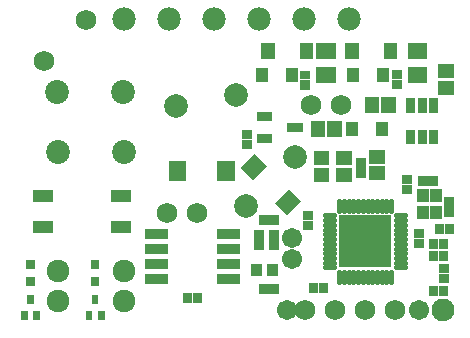
<source format=gts>
G04 Layer: TopSolderMaskLayer*
G04 EasyEDA v6.3.22, 2020-02-03T21:01:26+03:00*
G04 c6d23c78c2874b16bdfd2071edabb350,ca54920fb7ea4c169f3d1b618bee327e,10*
G04 Gerber Generator version 0.2*
G04 Scale: 100 percent, Rotated: No, Reflected: No *
G04 Dimensions in inches *
G04 leading zeros omitted , absolute positions ,2 integer and 4 decimal *
%FSLAX24Y24*%
%MOIN*%
G90*
G70D02*

%ADD54C,0.016661*%
%ADD56R,0.033590X0.031620*%
%ADD58C,0.068000*%
%ADD64C,0.075992*%
%ADD65C,0.067055*%
%ADD75C,0.078866*%
%ADD76C,0.078000*%
%ADD77C,0.075716*%
%ADD78C,0.079653*%

%LPD*%
G54D54*
G01X10984Y2022D02*
G01X10984Y1715D01*
G01X11141Y2022D02*
G01X11141Y1715D01*
G01X11298Y2022D02*
G01X11298Y1715D01*
G01X11456Y2022D02*
G01X11456Y1715D01*
G01X11613Y2022D02*
G01X11613Y1715D01*
G01X11771Y2022D02*
G01X11771Y1715D01*
G01X11928Y2022D02*
G01X11928Y1715D01*
G01X12086Y2022D02*
G01X12086Y1715D01*
G01X12243Y2022D02*
G01X12243Y1715D01*
G01X12401Y2022D02*
G01X12401Y1715D01*
G01X12558Y2022D02*
G01X12558Y1715D01*
G01X12716Y2022D02*
G01X12716Y1715D01*
G01X12716Y4077D02*
G01X12716Y4384D01*
G01X12558Y4077D02*
G01X12558Y4384D01*
G01X12401Y4077D02*
G01X12401Y4384D01*
G01X12243Y4077D02*
G01X12243Y4384D01*
G01X12086Y4077D02*
G01X12086Y4384D01*
G01X11928Y4077D02*
G01X11928Y4384D01*
G01X11771Y4077D02*
G01X11771Y4384D01*
G01X11613Y4077D02*
G01X11613Y4384D01*
G01X11456Y4077D02*
G01X11456Y4384D01*
G01X11298Y4077D02*
G01X11298Y4384D01*
G01X11141Y4077D02*
G01X11141Y4384D01*
G01X10984Y4077D02*
G01X10984Y4384D01*
G01X12877Y3916D02*
G01X13184Y3916D01*
G01X12877Y3758D02*
G01X13184Y3758D01*
G01X12877Y3601D02*
G01X13184Y3601D01*
G01X12877Y3443D02*
G01X13184Y3443D01*
G01X12877Y3286D02*
G01X13184Y3286D01*
G01X12877Y3128D02*
G01X13184Y3128D01*
G01X12877Y2971D02*
G01X13184Y2971D01*
G01X12877Y2813D02*
G01X13184Y2813D01*
G01X12877Y2656D02*
G01X13184Y2656D01*
G01X12877Y2498D02*
G01X13184Y2498D01*
G01X12877Y2341D02*
G01X13184Y2341D01*
G01X12877Y2183D02*
G01X13184Y2183D01*
G01X10822Y2183D02*
G01X10515Y2183D01*
G01X10822Y2341D02*
G01X10515Y2341D01*
G01X10822Y2498D02*
G01X10515Y2498D01*
G01X10822Y2656D02*
G01X10515Y2656D01*
G01X10822Y2813D02*
G01X10515Y2813D01*
G01X10822Y2971D02*
G01X10515Y2971D01*
G01X10822Y3128D02*
G01X10515Y3128D01*
G01X10822Y3286D02*
G01X10515Y3286D01*
G01X10822Y3443D02*
G01X10515Y3443D01*
G01X10822Y3601D02*
G01X10515Y3601D01*
G01X10822Y3758D02*
G01X10515Y3758D01*
G01X10822Y3916D02*
G01X10515Y3916D01*
G36*
G01X13586Y4353D02*
G01X13586Y4788D01*
G01X13981Y4788D01*
G01X13981Y4353D01*
G01X13586Y4353D01*
G37*
G36*
G01X13586Y3807D02*
G01X13586Y4242D01*
G01X13981Y4242D01*
G01X13981Y3807D01*
G01X13586Y3807D01*
G37*
G36*
G01X14017Y3807D02*
G01X14017Y4242D01*
G01X14411Y4242D01*
G01X14411Y3807D01*
G01X14017Y3807D01*
G37*
G36*
G01X14018Y4357D02*
G01X14018Y4792D01*
G01X14413Y4792D01*
G01X14413Y4357D01*
G01X14018Y4357D01*
G37*
G36*
G01X14481Y3875D02*
G01X14481Y4190D01*
G01X14818Y4190D01*
G01X14818Y3875D01*
G01X14481Y3875D01*
G37*
G36*
G01X14481Y4209D02*
G01X14481Y4525D01*
G01X14818Y4525D01*
G01X14818Y4209D01*
G01X14481Y4209D01*
G37*
G36*
G01X13481Y3159D02*
G01X13481Y3475D01*
G01X13818Y3475D01*
G01X13818Y3159D01*
G01X13481Y3159D01*
G37*
G36*
G01X13481Y2825D02*
G01X13481Y3140D01*
G01X13818Y3140D01*
G01X13818Y2825D01*
G01X13481Y2825D01*
G37*
G36*
G01X14509Y3282D02*
G01X14509Y3617D01*
G01X14825Y3617D01*
G01X14825Y3282D01*
G01X14509Y3282D01*
G37*
G36*
G01X14175Y3282D02*
G01X14175Y3617D01*
G01X14490Y3617D01*
G01X14490Y3282D01*
G01X14175Y3282D01*
G37*
G36*
G01X11531Y5175D02*
G01X11531Y5490D01*
G01X11868Y5490D01*
G01X11868Y5175D01*
G01X11531Y5175D01*
G37*
G36*
G01X11531Y5509D02*
G01X11531Y5825D01*
G01X11868Y5825D01*
G01X11868Y5509D01*
G01X11531Y5509D01*
G37*
G36*
G01X13625Y4882D02*
G01X13625Y5217D01*
G01X13940Y5217D01*
G01X13940Y4882D01*
G01X13625Y4882D01*
G37*
G36*
G01X13959Y4882D02*
G01X13959Y5217D01*
G01X14275Y5217D01*
G01X14275Y4882D01*
G01X13959Y4882D01*
G37*
G36*
G01X13081Y4959D02*
G01X13081Y5275D01*
G01X13418Y5275D01*
G01X13418Y4959D01*
G01X13081Y4959D01*
G37*
G36*
G01X13081Y4625D02*
G01X13081Y4940D01*
G01X13418Y4940D01*
G01X13418Y4625D01*
G01X13081Y4625D01*
G37*
G36*
G01X9975Y1332D02*
G01X9975Y1667D01*
G01X10290Y1667D01*
G01X10290Y1332D01*
G01X9975Y1332D01*
G37*
G36*
G01X10309Y1332D02*
G01X10309Y1667D01*
G01X10625Y1667D01*
G01X10625Y1332D01*
G01X10309Y1332D01*
G37*
G36*
G01X9781Y3759D02*
G01X9781Y4075D01*
G01X10118Y4075D01*
G01X10118Y3759D01*
G01X9781Y3759D01*
G37*
G36*
G01X9781Y3425D02*
G01X9781Y3740D01*
G01X10118Y3740D01*
G01X10118Y3425D01*
G01X9781Y3425D01*
G37*
G36*
G01X13972Y2811D02*
G01X13972Y3148D01*
G01X14288Y3148D01*
G01X14288Y2811D01*
G01X13972Y2811D01*
G37*
G36*
G01X14306Y2811D02*
G01X14306Y3148D01*
G01X14622Y3148D01*
G01X14622Y2811D01*
G01X14306Y2811D01*
G37*
G54D58*
G01X12850Y750D03*
G01X11850Y750D03*
G01X10850Y750D03*
G01X9850Y750D03*
G36*
G01X4506Y3121D02*
G01X4506Y3478D01*
G01X5293Y3478D01*
G01X5293Y3121D01*
G01X4506Y3121D01*
G37*
G36*
G01X4506Y2621D02*
G01X4506Y2978D01*
G01X5293Y2978D01*
G01X5293Y2621D01*
G01X4506Y2621D01*
G37*
G36*
G01X4506Y2121D02*
G01X4506Y2478D01*
G01X5293Y2478D01*
G01X5293Y2121D01*
G01X4506Y2121D01*
G37*
G36*
G01X4506Y1621D02*
G01X4506Y1978D01*
G01X5293Y1978D01*
G01X5293Y1621D01*
G01X4506Y1621D01*
G37*
G36*
G01X6906Y1621D02*
G01X6906Y1978D01*
G01X7693Y1978D01*
G01X7693Y1621D01*
G01X6906Y1621D01*
G37*
G36*
G01X6906Y2121D02*
G01X6906Y2478D01*
G01X7693Y2478D01*
G01X7693Y2121D01*
G01X6906Y2121D01*
G37*
G36*
G01X6906Y2621D02*
G01X6906Y2978D01*
G01X7693Y2978D01*
G01X7693Y2621D01*
G01X6906Y2621D01*
G37*
G36*
G01X6906Y3121D02*
G01X6906Y3478D01*
G01X7693Y3478D01*
G01X7693Y3121D01*
G01X6906Y3121D01*
G37*
G36*
G01X8098Y5084D02*
G01X7689Y5494D01*
G01X8155Y5961D01*
G01X8565Y5551D01*
G01X8098Y5084D01*
G37*
G36*
G01X9244Y3938D02*
G01X8834Y4348D01*
G01X9301Y4815D01*
G01X9710Y4405D01*
G01X9244Y3938D01*
G37*
G36*
G01X5775Y982D02*
G01X5775Y1317D01*
G01X6090Y1317D01*
G01X6090Y982D01*
G01X5775Y982D01*
G37*
G36*
G01X6109Y982D02*
G01X6109Y1317D01*
G01X6425Y1317D01*
G01X6425Y982D01*
G01X6109Y982D01*
G37*
G36*
G01X5300Y5069D02*
G01X5300Y5728D01*
G01X5880Y5728D01*
G01X5880Y5069D01*
G01X5300Y5069D01*
G37*
G36*
G01X6919Y5069D02*
G01X6919Y5728D01*
G01X7500Y5728D01*
G01X7500Y5069D01*
G01X6919Y5069D01*
G37*
G36*
G01X8325Y3582D02*
G01X8325Y3917D01*
G01X8640Y3917D01*
G01X8640Y3582D01*
G01X8325Y3582D01*
G37*
G36*
G01X8659Y3582D02*
G01X8659Y3917D01*
G01X8975Y3917D01*
G01X8975Y3582D01*
G01X8659Y3582D01*
G37*
G36*
G01X8577Y1901D02*
G01X8577Y2296D01*
G01X8952Y2296D01*
G01X8952Y1901D01*
G01X8577Y1901D01*
G37*
G36*
G01X8047Y1901D02*
G01X8047Y2296D01*
G01X8422Y2296D01*
G01X8422Y1901D01*
G01X8047Y1901D01*
G37*
G36*
G01X8659Y1282D02*
G01X8659Y1617D01*
G01X8975Y1617D01*
G01X8975Y1282D01*
G01X8659Y1282D01*
G37*
G36*
G01X8325Y1282D02*
G01X8325Y1617D01*
G01X8640Y1617D01*
G01X8640Y1282D01*
G01X8325Y1282D01*
G37*
G36*
G01X7731Y6125D02*
G01X7731Y6440D01*
G01X8068Y6440D01*
G01X8068Y6125D01*
G01X7731Y6125D01*
G37*
G36*
G01X7731Y6459D02*
G01X7731Y6775D01*
G01X8068Y6775D01*
G01X8068Y6459D01*
G01X7731Y6459D01*
G37*
G36*
G01X8131Y2775D02*
G01X8131Y3090D01*
G01X8468Y3090D01*
G01X8468Y2775D01*
G01X8131Y2775D01*
G37*
G36*
G01X8131Y3109D02*
G01X8131Y3425D01*
G01X8468Y3425D01*
G01X8468Y3109D01*
G01X8131Y3109D01*
G37*
G36*
G01X10984Y2184D02*
G01X10984Y3917D01*
G01X12717Y3917D01*
G01X12717Y2184D01*
G01X10984Y2184D01*
G37*
G36*
G01X10143Y5588D02*
G01X10143Y6061D01*
G01X10656Y6061D01*
G01X10656Y5588D01*
G01X10143Y5588D01*
G37*
G36*
G01X10143Y5038D02*
G01X10143Y5511D01*
G01X10656Y5511D01*
G01X10656Y5038D01*
G01X10143Y5038D01*
G37*
G36*
G01X11993Y5088D02*
G01X11993Y5561D01*
G01X12506Y5561D01*
G01X12506Y5088D01*
G01X11993Y5088D01*
G37*
G36*
G01X11993Y5638D02*
G01X11993Y6111D01*
G01X12506Y6111D01*
G01X12506Y5638D01*
G01X11993Y5638D01*
G37*
G36*
G01X10893Y5038D02*
G01X10893Y5511D01*
G01X11406Y5511D01*
G01X11406Y5038D01*
G01X10893Y5038D01*
G37*
G36*
G01X10893Y5588D02*
G01X10893Y6061D01*
G01X11406Y6061D01*
G01X11406Y5588D01*
G01X10893Y5588D01*
G37*
G36*
G01X14302Y1998D02*
G01X14302Y2315D01*
G01X14638Y2315D01*
G01X14638Y1998D01*
G01X14302Y1998D01*
G37*
G36*
G01X14302Y1665D02*
G01X14302Y1980D01*
G01X14638Y1980D01*
G01X14638Y1665D01*
G01X14302Y1665D01*
G37*
G54D64*
G01X14450Y750D03*
G54D65*
G01X9400Y2450D03*
G01X9400Y3150D03*
G01X9250Y750D03*
G01X13650Y750D03*
G36*
G01X14309Y2382D02*
G01X14309Y2717D01*
G01X14625Y2717D01*
G01X14625Y2382D01*
G01X14309Y2382D01*
G37*
G36*
G01X13975Y2382D02*
G01X13975Y2717D01*
G01X14290Y2717D01*
G01X14290Y2382D01*
G01X13975Y2382D01*
G37*
G36*
G01X13964Y1232D02*
G01X13964Y1567D01*
G01X14281Y1567D01*
G01X14281Y1232D01*
G01X13964Y1232D01*
G37*
G36*
G01X14298Y1232D02*
G01X14298Y1567D01*
G01X14614Y1567D01*
G01X14614Y1232D01*
G01X14298Y1232D01*
G37*
G36*
G01X9255Y6690D02*
G01X9255Y7009D01*
G01X9764Y7009D01*
G01X9764Y6690D01*
G01X9255Y6690D01*
G37*
G36*
G01X8235Y6319D02*
G01X8235Y6640D01*
G01X8744Y6640D01*
G01X8744Y6319D01*
G01X8235Y6319D01*
G37*
G36*
G01X8235Y7059D02*
G01X8235Y7380D01*
G01X8744Y7380D01*
G01X8744Y7059D01*
G01X8235Y7059D01*
G37*
G36*
G01X784Y4357D02*
G01X784Y4757D01*
G01X1455Y4757D01*
G01X1455Y4357D01*
G01X784Y4357D01*
G37*
G36*
G01X784Y3342D02*
G01X784Y3742D01*
G01X1455Y3742D01*
G01X1455Y3342D01*
G01X784Y3342D01*
G37*
G36*
G01X3382Y3342D02*
G01X3382Y3742D01*
G01X4052Y3742D01*
G01X4052Y3342D01*
G01X3382Y3342D01*
G37*
G36*
G01X3382Y4357D02*
G01X3382Y4757D01*
G01X4052Y4757D01*
G01X4052Y4357D01*
G01X3382Y4357D01*
G37*
G36*
G01X2710Y2119D02*
G01X2710Y2440D01*
G01X2989Y2440D01*
G01X2989Y2119D01*
G01X2710Y2119D01*
G37*
G36*
G01X2710Y1559D02*
G01X2710Y1880D01*
G01X2989Y1880D01*
G01X2989Y1559D01*
G01X2710Y1559D01*
G37*
G36*
G01X559Y2119D02*
G01X559Y2440D01*
G01X840Y2440D01*
G01X840Y2119D01*
G01X559Y2119D01*
G37*
G36*
G01X559Y1559D02*
G01X559Y1880D01*
G01X840Y1880D01*
G01X840Y1559D01*
G01X559Y1559D01*
G37*
G36*
G01X2735Y973D02*
G01X2735Y1263D01*
G01X2956Y1263D01*
G01X2956Y973D01*
G01X2735Y973D01*
G37*
G36*
G01X2535Y436D02*
G01X2535Y726D01*
G01X2757Y726D01*
G01X2757Y436D01*
G01X2535Y436D01*
G37*
G36*
G01X2942Y438D02*
G01X2942Y726D01*
G01X3164Y726D01*
G01X3164Y438D01*
G01X2942Y438D01*
G37*
G36*
G01X584Y973D02*
G01X584Y1263D01*
G01X807Y1263D01*
G01X807Y973D01*
G01X584Y973D01*
G37*
G36*
G01X386Y436D02*
G01X386Y726D01*
G01X607Y726D01*
G01X607Y436D01*
G01X386Y436D01*
G37*
G36*
G01X792Y438D02*
G01X792Y726D01*
G01X1013Y726D01*
G01X1013Y438D01*
G01X792Y438D01*
G37*
G54D56*
G01X9850Y8596D03*
G36*
G01X9681Y8105D02*
G01X9681Y8421D01*
G01X10018Y8421D01*
G01X10018Y8105D01*
G01X9681Y8105D01*
G37*
G36*
G01X12731Y8459D02*
G01X12731Y8775D01*
G01X13068Y8775D01*
G01X13068Y8459D01*
G01X12731Y8459D01*
G37*
G36*
G01X12731Y8125D02*
G01X12731Y8440D01*
G01X13068Y8440D01*
G01X13068Y8125D01*
G01X12731Y8125D01*
G37*
G36*
G01X14293Y8488D02*
G01X14293Y8961D01*
G01X14806Y8961D01*
G01X14806Y8488D01*
G01X14293Y8488D01*
G37*
G36*
G01X14293Y7938D02*
G01X14293Y8411D01*
G01X14806Y8411D01*
G01X14806Y7938D01*
G01X14293Y7938D01*
G37*
G36*
G01X13275Y8332D02*
G01X13275Y8867D01*
G01X13925Y8867D01*
G01X13925Y8332D01*
G01X13275Y8332D01*
G37*
G36*
G01X13275Y9132D02*
G01X13275Y9667D01*
G01X13925Y9667D01*
G01X13925Y9132D01*
G01X13275Y9132D01*
G37*
G36*
G01X8390Y9119D02*
G01X8390Y9680D01*
G01X8828Y9680D01*
G01X8828Y9119D01*
G01X8390Y9119D01*
G37*
G36*
G01X9671Y9119D02*
G01X9671Y9680D01*
G01X10109Y9680D01*
G01X10109Y9119D01*
G01X9671Y9119D01*
G37*
G36*
G01X11190Y9119D02*
G01X11190Y9680D01*
G01X11628Y9680D01*
G01X11628Y9119D01*
G01X11190Y9119D01*
G37*
G36*
G01X12471Y9119D02*
G01X12471Y9680D01*
G01X12909Y9680D01*
G01X12909Y9119D01*
G01X12471Y9119D01*
G37*
G36*
G01X8202Y8363D02*
G01X8202Y8836D01*
G01X8597Y8836D01*
G01X8597Y8363D01*
G01X8202Y8363D01*
G37*
G36*
G01X9202Y8363D02*
G01X9202Y8836D01*
G01X9597Y8836D01*
G01X9597Y8363D01*
G01X9202Y8363D01*
G37*
G36*
G01X11252Y8363D02*
G01X11252Y8836D01*
G01X11647Y8836D01*
G01X11647Y8363D01*
G01X11252Y8363D01*
G37*
G36*
G01X12252Y8363D02*
G01X12252Y8836D01*
G01X12647Y8836D01*
G01X12647Y8363D01*
G01X12252Y8363D01*
G37*
G36*
G01X8631Y3109D02*
G01X8631Y3425D01*
G01X8968Y3425D01*
G01X8968Y3109D01*
G01X8631Y3109D01*
G37*
G36*
G01X8631Y2775D02*
G01X8631Y3090D01*
G01X8968Y3090D01*
G01X8968Y2775D01*
G01X8631Y2775D01*
G37*
G36*
G01X12389Y7342D02*
G01X12389Y7857D01*
G01X12861Y7857D01*
G01X12861Y7342D01*
G01X12389Y7342D01*
G37*
G36*
G01X11838Y7342D02*
G01X11838Y7857D01*
G01X12310Y7857D01*
G01X12310Y7342D01*
G01X11838Y7342D01*
G37*
G36*
G01X10225Y8332D02*
G01X10225Y8867D01*
G01X10875Y8867D01*
G01X10875Y8332D01*
G01X10225Y8332D01*
G37*
G36*
G01X10225Y9132D02*
G01X10225Y9667D01*
G01X10875Y9667D01*
G01X10875Y9132D01*
G01X10225Y9132D01*
G37*
G36*
G01X10589Y6542D02*
G01X10589Y7057D01*
G01X11061Y7057D01*
G01X11061Y6542D01*
G01X10589Y6542D01*
G37*
G36*
G01X10038Y6542D02*
G01X10038Y7057D01*
G01X10510Y7057D01*
G01X10510Y6542D01*
G01X10038Y6542D01*
G37*
G36*
G01X12202Y6563D02*
G01X12202Y7036D01*
G01X12597Y7036D01*
G01X12597Y6563D01*
G01X12202Y6563D01*
G37*
G36*
G01X11202Y6563D02*
G01X11202Y7036D01*
G01X11597Y7036D01*
G01X11597Y6563D01*
G01X11202Y6563D01*
G37*
G36*
G01X13976Y7344D02*
G01X13976Y7819D01*
G01X14272Y7819D01*
G01X14272Y7344D01*
G01X13976Y7344D01*
G37*
G36*
G01X13602Y7344D02*
G01X13602Y7819D01*
G01X13897Y7819D01*
G01X13897Y7344D01*
G01X13602Y7344D01*
G37*
G36*
G01X13227Y7344D02*
G01X13227Y7819D01*
G01X13523Y7819D01*
G01X13523Y7344D01*
G01X13227Y7344D01*
G37*
G36*
G01X13227Y6282D02*
G01X13227Y6755D01*
G01X13523Y6755D01*
G01X13523Y6282D01*
G01X13227Y6282D01*
G37*
G36*
G01X13976Y6282D02*
G01X13976Y6755D01*
G01X14272Y6755D01*
G01X14272Y6282D01*
G01X13976Y6282D01*
G37*
G36*
G01X13602Y6282D02*
G01X13602Y6755D01*
G01X13897Y6755D01*
G01X13897Y6282D01*
G01X13602Y6282D01*
G37*
G54D58*
G01X2545Y10445D03*
G01X1154Y9054D03*
G54D75*
G01X5550Y7553D03*
G01X7550Y7946D03*
G54D76*
G01X8300Y10450D03*
G01X3800Y10450D03*
G01X5300Y10450D03*
G01X6800Y10450D03*
G01X9800Y10450D03*
G01X11300Y10450D03*
G54D77*
G01X1609Y1069D03*
G01X1609Y2069D03*
G54D78*
G01X1613Y6030D03*
G01X1586Y8030D03*
G54D77*
G01X3809Y1069D03*
G01X3809Y2069D03*
G54D78*
G01X3813Y6030D03*
G01X3786Y8030D03*
G54D58*
G01X5250Y4000D03*
G01X6250Y4000D03*
G01X11050Y7600D03*
G01X10050Y7600D03*
G54D75*
G01X7892Y4242D03*
G01X9507Y5857D03*
M00*
M02*

</source>
